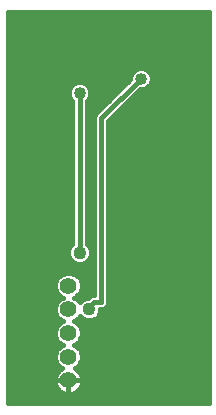
<source format=gbl>
G75*
G70*
%OFA0B0*%
%FSLAX24Y24*%
%IPPOS*%
%LPD*%
%AMOC8*
5,1,8,0,0,1.08239X$1,22.5*
%
%ADD10C,0.0555*%
%ADD11C,0.0160*%
%ADD12C,0.0436*%
%ADD13C,0.0400*%
D10*
X002959Y001105D03*
X002959Y001893D03*
X002959Y002680D03*
X002959Y003467D03*
X002959Y004255D03*
D11*
X000930Y000360D02*
X000930Y013396D01*
X007640Y013396D01*
X007640Y000360D01*
X000930Y000360D01*
X000930Y000447D02*
X007640Y000447D01*
X007640Y000605D02*
X000930Y000605D01*
X000930Y000764D02*
X002653Y000764D01*
X002661Y000756D02*
X002719Y000714D01*
X002783Y000681D01*
X002852Y000659D01*
X002923Y000648D01*
X002959Y000648D01*
X002995Y000648D01*
X003066Y000659D01*
X003134Y000681D01*
X003198Y000714D01*
X003257Y000756D01*
X003308Y000807D01*
X003350Y000865D01*
X003383Y000930D01*
X003405Y000998D01*
X003416Y001069D01*
X003416Y001105D01*
X002959Y001105D01*
X002959Y001105D01*
X002959Y000648D01*
X002959Y001105D01*
X002959Y001105D01*
X003416Y001105D01*
X003416Y001141D01*
X003405Y001212D01*
X003383Y001281D01*
X003350Y001345D01*
X003308Y001403D01*
X003257Y001454D01*
X003198Y001496D01*
X003175Y001509D01*
X003206Y001522D01*
X003330Y001645D01*
X003396Y001806D01*
X003396Y001980D01*
X003330Y002140D01*
X003206Y002263D01*
X003151Y002286D01*
X003206Y002309D01*
X003330Y002432D01*
X003396Y002593D01*
X003396Y002767D01*
X003330Y002928D01*
X003206Y003051D01*
X003151Y003074D01*
X003206Y003097D01*
X003330Y003220D01*
X003343Y003252D01*
X003436Y003159D01*
X003575Y003102D01*
X003725Y003102D01*
X003864Y003159D01*
X003971Y003266D01*
X004028Y003405D01*
X004028Y003480D01*
X004098Y003480D01*
X004186Y003517D01*
X004253Y003584D01*
X004290Y003672D01*
X004290Y009741D01*
X005349Y010800D01*
X005442Y010800D01*
X005574Y010855D01*
X005675Y010956D01*
X005730Y011088D01*
X005730Y011232D01*
X005675Y011364D01*
X005574Y011465D01*
X005442Y011520D01*
X005298Y011520D01*
X005166Y011465D01*
X005065Y011364D01*
X005010Y011232D01*
X005010Y011139D01*
X003914Y010043D01*
X003847Y009976D01*
X003810Y009888D01*
X003810Y003960D01*
X003762Y003960D01*
X003674Y003923D01*
X003609Y003858D01*
X003575Y003858D01*
X003436Y003801D01*
X003336Y003700D01*
X003330Y003715D01*
X003206Y003838D01*
X003151Y003861D01*
X003206Y003884D01*
X003330Y004007D01*
X003396Y004168D01*
X003396Y004342D01*
X003330Y004503D01*
X003206Y004626D01*
X003046Y004692D01*
X002872Y004692D01*
X002711Y004626D01*
X002588Y004503D01*
X002521Y004342D01*
X002521Y004168D01*
X002588Y004007D01*
X002711Y003884D01*
X002766Y003861D01*
X002711Y003838D01*
X002588Y003715D01*
X002521Y003554D01*
X002521Y003380D01*
X002588Y003220D01*
X002711Y003097D01*
X002766Y003074D01*
X002711Y003051D01*
X002588Y002928D01*
X002521Y002767D01*
X002521Y002593D01*
X002588Y002432D01*
X002711Y002309D01*
X002766Y002286D01*
X002711Y002263D01*
X002588Y002140D01*
X002521Y001980D01*
X002521Y001806D01*
X002588Y001645D01*
X002711Y001522D01*
X002743Y001509D01*
X002719Y001496D01*
X002661Y001454D01*
X002610Y001403D01*
X002567Y001345D01*
X002535Y001281D01*
X002512Y001212D01*
X002501Y001141D01*
X002501Y001105D01*
X002501Y001069D01*
X002512Y000998D01*
X002535Y000930D01*
X002567Y000865D01*
X002610Y000807D01*
X002661Y000756D01*
X002539Y000922D02*
X000930Y000922D01*
X000930Y001081D02*
X002501Y001081D01*
X002501Y001105D02*
X002959Y001105D01*
X002959Y001105D01*
X002501Y001105D01*
X002521Y001239D02*
X000930Y001239D01*
X000930Y001398D02*
X002606Y001398D01*
X002677Y001556D02*
X000930Y001556D01*
X000930Y001715D02*
X002559Y001715D01*
X002521Y001873D02*
X000930Y001873D01*
X000930Y002032D02*
X002543Y002032D01*
X002637Y002190D02*
X000930Y002190D01*
X000930Y002349D02*
X002671Y002349D01*
X002557Y002507D02*
X000930Y002507D01*
X000930Y002666D02*
X002521Y002666D01*
X002545Y002824D02*
X000930Y002824D01*
X000930Y002983D02*
X002642Y002983D01*
X002666Y003141D02*
X000930Y003141D01*
X000930Y003300D02*
X002555Y003300D01*
X002521Y003458D02*
X000930Y003458D01*
X000930Y003617D02*
X002547Y003617D01*
X002648Y003775D02*
X000930Y003775D01*
X000930Y003934D02*
X002661Y003934D01*
X002553Y004092D02*
X000930Y004092D01*
X000930Y004251D02*
X002521Y004251D01*
X002549Y004409D02*
X000930Y004409D01*
X000930Y004568D02*
X002653Y004568D01*
X003116Y005039D02*
X003009Y005146D01*
X002952Y005285D01*
X002952Y005435D01*
X003009Y005574D01*
X003090Y005655D01*
X003090Y010411D01*
X003025Y010476D01*
X002970Y010608D01*
X002970Y010752D01*
X003025Y010884D01*
X003126Y010985D01*
X003258Y011040D01*
X003402Y011040D01*
X003534Y010985D01*
X003635Y010884D01*
X003690Y010752D01*
X003690Y010608D01*
X003635Y010476D01*
X003570Y010411D01*
X003570Y005655D01*
X003651Y005574D01*
X003708Y005435D01*
X003708Y005285D01*
X003651Y005146D01*
X003544Y005039D01*
X003405Y004982D01*
X003255Y004982D01*
X003116Y005039D01*
X003112Y005043D02*
X000930Y005043D01*
X000930Y004885D02*
X003810Y004885D01*
X003810Y005043D02*
X003548Y005043D01*
X003674Y005202D02*
X003810Y005202D01*
X003810Y005360D02*
X003708Y005360D01*
X003674Y005519D02*
X003810Y005519D01*
X003810Y005677D02*
X003570Y005677D01*
X003570Y005836D02*
X003810Y005836D01*
X003810Y005994D02*
X003570Y005994D01*
X003570Y006153D02*
X003810Y006153D01*
X003810Y006311D02*
X003570Y006311D01*
X003570Y006470D02*
X003810Y006470D01*
X003810Y006628D02*
X003570Y006628D01*
X003570Y006787D02*
X003810Y006787D01*
X003810Y006945D02*
X003570Y006945D01*
X003570Y007104D02*
X003810Y007104D01*
X003810Y007262D02*
X003570Y007262D01*
X003570Y007421D02*
X003810Y007421D01*
X003810Y007579D02*
X003570Y007579D01*
X003570Y007738D02*
X003810Y007738D01*
X003810Y007896D02*
X003570Y007896D01*
X003570Y008055D02*
X003810Y008055D01*
X003810Y008213D02*
X003570Y008213D01*
X003570Y008372D02*
X003810Y008372D01*
X003810Y008530D02*
X003570Y008530D01*
X003570Y008689D02*
X003810Y008689D01*
X003810Y008847D02*
X003570Y008847D01*
X003570Y009006D02*
X003810Y009006D01*
X003810Y009164D02*
X003570Y009164D01*
X003570Y009323D02*
X003810Y009323D01*
X003810Y009481D02*
X003570Y009481D01*
X003570Y009640D02*
X003810Y009640D01*
X003810Y009798D02*
X003570Y009798D01*
X003570Y009957D02*
X003838Y009957D01*
X003986Y010115D02*
X003570Y010115D01*
X003570Y010274D02*
X004144Y010274D01*
X004303Y010432D02*
X003591Y010432D01*
X003683Y010591D02*
X004461Y010591D01*
X004620Y010749D02*
X003690Y010749D01*
X003612Y010908D02*
X004778Y010908D01*
X004937Y011066D02*
X000930Y011066D01*
X000930Y010908D02*
X003048Y010908D01*
X002970Y010749D02*
X000930Y010749D01*
X000930Y010591D02*
X002977Y010591D01*
X003069Y010432D02*
X000930Y010432D01*
X000930Y010274D02*
X003090Y010274D01*
X003090Y010115D02*
X000930Y010115D01*
X000930Y009957D02*
X003090Y009957D01*
X003090Y009798D02*
X000930Y009798D01*
X000930Y009640D02*
X003090Y009640D01*
X003090Y009481D02*
X000930Y009481D01*
X000930Y009323D02*
X003090Y009323D01*
X003090Y009164D02*
X000930Y009164D01*
X000930Y009006D02*
X003090Y009006D01*
X003090Y008847D02*
X000930Y008847D01*
X000930Y008689D02*
X003090Y008689D01*
X003090Y008530D02*
X000930Y008530D01*
X000930Y008372D02*
X003090Y008372D01*
X003090Y008213D02*
X000930Y008213D01*
X000930Y008055D02*
X003090Y008055D01*
X003090Y007896D02*
X000930Y007896D01*
X000930Y007738D02*
X003090Y007738D01*
X003090Y007579D02*
X000930Y007579D01*
X000930Y007421D02*
X003090Y007421D01*
X003090Y007262D02*
X000930Y007262D01*
X000930Y007104D02*
X003090Y007104D01*
X003090Y006945D02*
X000930Y006945D01*
X000930Y006787D02*
X003090Y006787D01*
X003090Y006628D02*
X000930Y006628D01*
X000930Y006470D02*
X003090Y006470D01*
X003090Y006311D02*
X000930Y006311D01*
X000930Y006153D02*
X003090Y006153D01*
X003090Y005994D02*
X000930Y005994D01*
X000930Y005836D02*
X003090Y005836D01*
X003090Y005677D02*
X000930Y005677D01*
X000930Y005519D02*
X002986Y005519D01*
X002952Y005360D02*
X000930Y005360D01*
X000930Y005202D02*
X002986Y005202D01*
X003330Y005360D02*
X003330Y010680D01*
X004050Y009840D02*
X004050Y003720D01*
X003810Y003720D01*
X003570Y003480D01*
X003650Y003480D01*
X003820Y003141D02*
X007640Y003141D01*
X007640Y002983D02*
X003275Y002983D01*
X003251Y003141D02*
X003480Y003141D01*
X003373Y002824D02*
X007640Y002824D01*
X007640Y002666D02*
X003396Y002666D01*
X003361Y002507D02*
X007640Y002507D01*
X007640Y002349D02*
X003246Y002349D01*
X003280Y002190D02*
X007640Y002190D01*
X007640Y002032D02*
X003375Y002032D01*
X003396Y001873D02*
X007640Y001873D01*
X007640Y001715D02*
X003358Y001715D01*
X003241Y001556D02*
X007640Y001556D01*
X007640Y001398D02*
X003312Y001398D01*
X003396Y001239D02*
X007640Y001239D01*
X007640Y001081D02*
X003416Y001081D01*
X003379Y000922D02*
X007640Y000922D01*
X007640Y000764D02*
X003264Y000764D01*
X002959Y000764D02*
X002959Y000764D01*
X002959Y000922D02*
X002959Y000922D01*
X002959Y001081D02*
X002959Y001081D01*
X003985Y003300D02*
X007640Y003300D01*
X007640Y003458D02*
X004028Y003458D01*
X004267Y003617D02*
X007640Y003617D01*
X007640Y003775D02*
X004290Y003775D01*
X004290Y003934D02*
X007640Y003934D01*
X007640Y004092D02*
X004290Y004092D01*
X004290Y004251D02*
X007640Y004251D01*
X007640Y004409D02*
X004290Y004409D01*
X004290Y004568D02*
X007640Y004568D01*
X007640Y004726D02*
X004290Y004726D01*
X004290Y004885D02*
X007640Y004885D01*
X007640Y005043D02*
X004290Y005043D01*
X004290Y005202D02*
X007640Y005202D01*
X007640Y005360D02*
X004290Y005360D01*
X004290Y005519D02*
X007640Y005519D01*
X007640Y005677D02*
X004290Y005677D01*
X004290Y005836D02*
X007640Y005836D01*
X007640Y005994D02*
X004290Y005994D01*
X004290Y006153D02*
X007640Y006153D01*
X007640Y006311D02*
X004290Y006311D01*
X004290Y006470D02*
X007640Y006470D01*
X007640Y006628D02*
X004290Y006628D01*
X004290Y006787D02*
X007640Y006787D01*
X007640Y006945D02*
X004290Y006945D01*
X004290Y007104D02*
X007640Y007104D01*
X007640Y007262D02*
X004290Y007262D01*
X004290Y007421D02*
X007640Y007421D01*
X007640Y007579D02*
X004290Y007579D01*
X004290Y007738D02*
X007640Y007738D01*
X007640Y007896D02*
X004290Y007896D01*
X004290Y008055D02*
X007640Y008055D01*
X007640Y008213D02*
X004290Y008213D01*
X004290Y008372D02*
X007640Y008372D01*
X007640Y008530D02*
X004290Y008530D01*
X004290Y008689D02*
X007640Y008689D01*
X007640Y008847D02*
X004290Y008847D01*
X004290Y009006D02*
X007640Y009006D01*
X007640Y009164D02*
X004290Y009164D01*
X004290Y009323D02*
X007640Y009323D01*
X007640Y009481D02*
X004290Y009481D01*
X004290Y009640D02*
X007640Y009640D01*
X007640Y009798D02*
X004347Y009798D01*
X004506Y009957D02*
X007640Y009957D01*
X007640Y010115D02*
X004664Y010115D01*
X004823Y010274D02*
X007640Y010274D01*
X007640Y010432D02*
X004981Y010432D01*
X005140Y010591D02*
X007640Y010591D01*
X007640Y010749D02*
X005298Y010749D01*
X005370Y011160D02*
X004050Y009840D01*
X005010Y011225D02*
X000930Y011225D01*
X000930Y011383D02*
X005084Y011383D01*
X005656Y011383D02*
X007640Y011383D01*
X007640Y011225D02*
X005730Y011225D01*
X005721Y011066D02*
X007640Y011066D01*
X007640Y010908D02*
X005627Y010908D01*
X007640Y011542D02*
X000930Y011542D01*
X000930Y011700D02*
X007640Y011700D01*
X007640Y011859D02*
X000930Y011859D01*
X000930Y012017D02*
X007640Y012017D01*
X007640Y012176D02*
X000930Y012176D01*
X000930Y012334D02*
X007640Y012334D01*
X007640Y012493D02*
X000930Y012493D01*
X000930Y012651D02*
X007640Y012651D01*
X007640Y012810D02*
X000930Y012810D01*
X000930Y012968D02*
X007640Y012968D01*
X007640Y013127D02*
X000930Y013127D01*
X000930Y013285D02*
X007640Y013285D01*
X003810Y004726D02*
X000930Y004726D01*
X003265Y004568D02*
X003810Y004568D01*
X003810Y004409D02*
X003368Y004409D01*
X003396Y004251D02*
X003810Y004251D01*
X003810Y004092D02*
X003365Y004092D01*
X003256Y003934D02*
X003698Y003934D01*
X003410Y003775D02*
X003270Y003775D01*
D12*
X003650Y003480D03*
X003330Y005360D03*
X007150Y004180D03*
D13*
X003330Y010680D03*
X005370Y011160D03*
M02*

</source>
